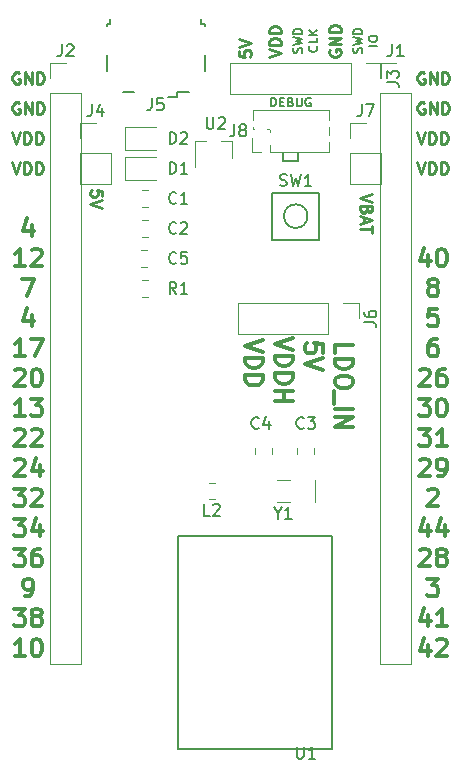
<source format=gbr>
G04 #@! TF.GenerationSoftware,KiCad,Pcbnew,5.0.1*
G04 #@! TF.CreationDate,2019-01-03T14:53:17+01:00*
G04 #@! TF.ProjectId,e73-c,6537332D632E6B696361645F70636200,rev?*
G04 #@! TF.SameCoordinates,Original*
G04 #@! TF.FileFunction,Legend,Top*
G04 #@! TF.FilePolarity,Positive*
%FSLAX46Y46*%
G04 Gerber Fmt 4.6, Leading zero omitted, Abs format (unit mm)*
G04 Created by KiCad (PCBNEW 5.0.1) date do 03 jan 2019 14:53:17 CET*
%MOMM*%
%LPD*%
G01*
G04 APERTURE LIST*
%ADD10C,0.300000*%
%ADD11C,0.250000*%
%ADD12C,0.200000*%
%ADD13C,0.187500*%
%ADD14C,0.150000*%
%ADD15C,0.120000*%
G04 APERTURE END LIST*
D10*
X159976428Y-79129285D02*
X159976428Y-78415000D01*
X161476428Y-78415000D01*
X159976428Y-79629285D02*
X161476428Y-79629285D01*
X161476428Y-79986428D01*
X161405000Y-80200714D01*
X161262142Y-80343571D01*
X161119285Y-80415000D01*
X160833571Y-80486428D01*
X160619285Y-80486428D01*
X160333571Y-80415000D01*
X160190714Y-80343571D01*
X160047857Y-80200714D01*
X159976428Y-79986428D01*
X159976428Y-79629285D01*
X161476428Y-81415000D02*
X161476428Y-81700714D01*
X161405000Y-81843571D01*
X161262142Y-81986428D01*
X160976428Y-82057857D01*
X160476428Y-82057857D01*
X160190714Y-81986428D01*
X160047857Y-81843571D01*
X159976428Y-81700714D01*
X159976428Y-81415000D01*
X160047857Y-81272142D01*
X160190714Y-81129285D01*
X160476428Y-81057857D01*
X160976428Y-81057857D01*
X161262142Y-81129285D01*
X161405000Y-81272142D01*
X161476428Y-81415000D01*
X159833571Y-82343571D02*
X159833571Y-83486428D01*
X159976428Y-83843571D02*
X161476428Y-83843571D01*
X159976428Y-84557857D02*
X161476428Y-84557857D01*
X159976428Y-85415000D01*
X161476428Y-85415000D01*
X158936428Y-79089285D02*
X158936428Y-78375000D01*
X158222142Y-78303571D01*
X158293571Y-78375000D01*
X158365000Y-78517857D01*
X158365000Y-78875000D01*
X158293571Y-79017857D01*
X158222142Y-79089285D01*
X158079285Y-79160714D01*
X157722142Y-79160714D01*
X157579285Y-79089285D01*
X157507857Y-79017857D01*
X157436428Y-78875000D01*
X157436428Y-78517857D01*
X157507857Y-78375000D01*
X157579285Y-78303571D01*
X158936428Y-79589285D02*
X157436428Y-80089285D01*
X158936428Y-80589285D01*
X156396428Y-77859285D02*
X154896428Y-78359285D01*
X156396428Y-78859285D01*
X154896428Y-79359285D02*
X156396428Y-79359285D01*
X156396428Y-79716428D01*
X156325000Y-79930714D01*
X156182142Y-80073571D01*
X156039285Y-80145000D01*
X155753571Y-80216428D01*
X155539285Y-80216428D01*
X155253571Y-80145000D01*
X155110714Y-80073571D01*
X154967857Y-79930714D01*
X154896428Y-79716428D01*
X154896428Y-79359285D01*
X154896428Y-80859285D02*
X156396428Y-80859285D01*
X156396428Y-81216428D01*
X156325000Y-81430714D01*
X156182142Y-81573571D01*
X156039285Y-81645000D01*
X155753571Y-81716428D01*
X155539285Y-81716428D01*
X155253571Y-81645000D01*
X155110714Y-81573571D01*
X154967857Y-81430714D01*
X154896428Y-81216428D01*
X154896428Y-80859285D01*
X154896428Y-82359285D02*
X156396428Y-82359285D01*
X155682142Y-82359285D02*
X155682142Y-83216428D01*
X154896428Y-83216428D02*
X156396428Y-83216428D01*
X153856428Y-78010000D02*
X152356428Y-78510000D01*
X153856428Y-79010000D01*
X152356428Y-79510000D02*
X153856428Y-79510000D01*
X153856428Y-79867142D01*
X153785000Y-80081428D01*
X153642142Y-80224285D01*
X153499285Y-80295714D01*
X153213571Y-80367142D01*
X152999285Y-80367142D01*
X152713571Y-80295714D01*
X152570714Y-80224285D01*
X152427857Y-80081428D01*
X152356428Y-79867142D01*
X152356428Y-79510000D01*
X152356428Y-81010000D02*
X153856428Y-81010000D01*
X153856428Y-81367142D01*
X153785000Y-81581428D01*
X153642142Y-81724285D01*
X153499285Y-81795714D01*
X153213571Y-81867142D01*
X152999285Y-81867142D01*
X152713571Y-81795714D01*
X152570714Y-81724285D01*
X152427857Y-81581428D01*
X152356428Y-81367142D01*
X152356428Y-81010000D01*
D11*
X151852380Y-53530476D02*
X151852380Y-54006666D01*
X152328571Y-54054285D01*
X152280952Y-54006666D01*
X152233333Y-53911428D01*
X152233333Y-53673333D01*
X152280952Y-53578095D01*
X152328571Y-53530476D01*
X152423809Y-53482857D01*
X152661904Y-53482857D01*
X152757142Y-53530476D01*
X152804761Y-53578095D01*
X152852380Y-53673333D01*
X152852380Y-53911428D01*
X152804761Y-54006666D01*
X152757142Y-54054285D01*
X151852380Y-53197142D02*
X152852380Y-52863809D01*
X151852380Y-52530476D01*
X163107619Y-65667142D02*
X162107619Y-66000476D01*
X163107619Y-66333809D01*
X162631428Y-67000476D02*
X162583809Y-67143333D01*
X162536190Y-67190952D01*
X162440952Y-67238571D01*
X162298095Y-67238571D01*
X162202857Y-67190952D01*
X162155238Y-67143333D01*
X162107619Y-67048095D01*
X162107619Y-66667142D01*
X163107619Y-66667142D01*
X163107619Y-67000476D01*
X163060000Y-67095714D01*
X163012380Y-67143333D01*
X162917142Y-67190952D01*
X162821904Y-67190952D01*
X162726666Y-67143333D01*
X162679047Y-67095714D01*
X162631428Y-67000476D01*
X162631428Y-66667142D01*
X162393333Y-67619523D02*
X162393333Y-68095714D01*
X162107619Y-67524285D02*
X163107619Y-67857619D01*
X162107619Y-68190952D01*
X163107619Y-68381428D02*
X163107619Y-68952857D01*
X162107619Y-68667142D02*
X163107619Y-68667142D01*
X140247619Y-65849523D02*
X140247619Y-65373333D01*
X139771428Y-65325714D01*
X139819047Y-65373333D01*
X139866666Y-65468571D01*
X139866666Y-65706666D01*
X139819047Y-65801904D01*
X139771428Y-65849523D01*
X139676190Y-65897142D01*
X139438095Y-65897142D01*
X139342857Y-65849523D01*
X139295238Y-65801904D01*
X139247619Y-65706666D01*
X139247619Y-65468571D01*
X139295238Y-65373333D01*
X139342857Y-65325714D01*
X140247619Y-66182857D02*
X139247619Y-66516190D01*
X140247619Y-66849523D01*
X132651666Y-62952380D02*
X132985000Y-63952380D01*
X133318333Y-62952380D01*
X133651666Y-63952380D02*
X133651666Y-62952380D01*
X133889761Y-62952380D01*
X134032619Y-63000000D01*
X134127857Y-63095238D01*
X134175476Y-63190476D01*
X134223095Y-63380952D01*
X134223095Y-63523809D01*
X134175476Y-63714285D01*
X134127857Y-63809523D01*
X134032619Y-63904761D01*
X133889761Y-63952380D01*
X133651666Y-63952380D01*
X134651666Y-63952380D02*
X134651666Y-62952380D01*
X134889761Y-62952380D01*
X135032619Y-63000000D01*
X135127857Y-63095238D01*
X135175476Y-63190476D01*
X135223095Y-63380952D01*
X135223095Y-63523809D01*
X135175476Y-63714285D01*
X135127857Y-63809523D01*
X135032619Y-63904761D01*
X134889761Y-63952380D01*
X134651666Y-63952380D01*
D10*
X132842142Y-88221428D02*
X132913571Y-88150000D01*
X133056428Y-88078571D01*
X133413571Y-88078571D01*
X133556428Y-88150000D01*
X133627857Y-88221428D01*
X133699285Y-88364285D01*
X133699285Y-88507142D01*
X133627857Y-88721428D01*
X132770714Y-89578571D01*
X133699285Y-89578571D01*
X134985000Y-88578571D02*
X134985000Y-89578571D01*
X134627857Y-88007142D02*
X134270714Y-89078571D01*
X135199285Y-89078571D01*
D11*
X167513095Y-57920000D02*
X167417857Y-57872380D01*
X167275000Y-57872380D01*
X167132142Y-57920000D01*
X167036904Y-58015238D01*
X166989285Y-58110476D01*
X166941666Y-58300952D01*
X166941666Y-58443809D01*
X166989285Y-58634285D01*
X167036904Y-58729523D01*
X167132142Y-58824761D01*
X167275000Y-58872380D01*
X167370238Y-58872380D01*
X167513095Y-58824761D01*
X167560714Y-58777142D01*
X167560714Y-58443809D01*
X167370238Y-58443809D01*
X167989285Y-58872380D02*
X167989285Y-57872380D01*
X168560714Y-58872380D01*
X168560714Y-57872380D01*
X169036904Y-58872380D02*
X169036904Y-57872380D01*
X169275000Y-57872380D01*
X169417857Y-57920000D01*
X169513095Y-58015238D01*
X169560714Y-58110476D01*
X169608333Y-58300952D01*
X169608333Y-58443809D01*
X169560714Y-58634285D01*
X169513095Y-58729523D01*
X169417857Y-58824761D01*
X169275000Y-58872380D01*
X169036904Y-58872380D01*
X167513095Y-55380000D02*
X167417857Y-55332380D01*
X167275000Y-55332380D01*
X167132142Y-55380000D01*
X167036904Y-55475238D01*
X166989285Y-55570476D01*
X166941666Y-55760952D01*
X166941666Y-55903809D01*
X166989285Y-56094285D01*
X167036904Y-56189523D01*
X167132142Y-56284761D01*
X167275000Y-56332380D01*
X167370238Y-56332380D01*
X167513095Y-56284761D01*
X167560714Y-56237142D01*
X167560714Y-55903809D01*
X167370238Y-55903809D01*
X167989285Y-56332380D02*
X167989285Y-55332380D01*
X168560714Y-56332380D01*
X168560714Y-55332380D01*
X169036904Y-56332380D02*
X169036904Y-55332380D01*
X169275000Y-55332380D01*
X169417857Y-55380000D01*
X169513095Y-55475238D01*
X169560714Y-55570476D01*
X169608333Y-55760952D01*
X169608333Y-55903809D01*
X169560714Y-56094285D01*
X169513095Y-56189523D01*
X169417857Y-56284761D01*
X169275000Y-56332380D01*
X169036904Y-56332380D01*
X166941666Y-62952380D02*
X167275000Y-63952380D01*
X167608333Y-62952380D01*
X167941666Y-63952380D02*
X167941666Y-62952380D01*
X168179761Y-62952380D01*
X168322619Y-63000000D01*
X168417857Y-63095238D01*
X168465476Y-63190476D01*
X168513095Y-63380952D01*
X168513095Y-63523809D01*
X168465476Y-63714285D01*
X168417857Y-63809523D01*
X168322619Y-63904761D01*
X168179761Y-63952380D01*
X167941666Y-63952380D01*
X168941666Y-63952380D02*
X168941666Y-62952380D01*
X169179761Y-62952380D01*
X169322619Y-63000000D01*
X169417857Y-63095238D01*
X169465476Y-63190476D01*
X169513095Y-63380952D01*
X169513095Y-63523809D01*
X169465476Y-63714285D01*
X169417857Y-63809523D01*
X169322619Y-63904761D01*
X169179761Y-63952380D01*
X168941666Y-63952380D01*
X166941666Y-60412380D02*
X167275000Y-61412380D01*
X167608333Y-60412380D01*
X167941666Y-61412380D02*
X167941666Y-60412380D01*
X168179761Y-60412380D01*
X168322619Y-60460000D01*
X168417857Y-60555238D01*
X168465476Y-60650476D01*
X168513095Y-60840952D01*
X168513095Y-60983809D01*
X168465476Y-61174285D01*
X168417857Y-61269523D01*
X168322619Y-61364761D01*
X168179761Y-61412380D01*
X167941666Y-61412380D01*
X168941666Y-61412380D02*
X168941666Y-60412380D01*
X169179761Y-60412380D01*
X169322619Y-60460000D01*
X169417857Y-60555238D01*
X169465476Y-60650476D01*
X169513095Y-60840952D01*
X169513095Y-60983809D01*
X169465476Y-61174285D01*
X169417857Y-61269523D01*
X169322619Y-61364761D01*
X169179761Y-61412380D01*
X168941666Y-61412380D01*
D10*
X167846428Y-103818571D02*
X167846428Y-104818571D01*
X167489285Y-103247142D02*
X167132142Y-104318571D01*
X168060714Y-104318571D01*
X168560714Y-103461428D02*
X168632142Y-103390000D01*
X168775000Y-103318571D01*
X169132142Y-103318571D01*
X169275000Y-103390000D01*
X169346428Y-103461428D01*
X169417857Y-103604285D01*
X169417857Y-103747142D01*
X169346428Y-103961428D01*
X168489285Y-104818571D01*
X169417857Y-104818571D01*
X167846428Y-101278571D02*
X167846428Y-102278571D01*
X167489285Y-100707142D02*
X167132142Y-101778571D01*
X168060714Y-101778571D01*
X169417857Y-102278571D02*
X168560714Y-102278571D01*
X168989285Y-102278571D02*
X168989285Y-100778571D01*
X168846428Y-100992857D01*
X168703571Y-101135714D01*
X168560714Y-101207142D01*
X167775000Y-98238571D02*
X168703571Y-98238571D01*
X168203571Y-98810000D01*
X168417857Y-98810000D01*
X168560714Y-98881428D01*
X168632142Y-98952857D01*
X168703571Y-99095714D01*
X168703571Y-99452857D01*
X168632142Y-99595714D01*
X168560714Y-99667142D01*
X168417857Y-99738571D01*
X167989285Y-99738571D01*
X167846428Y-99667142D01*
X167775000Y-99595714D01*
X167132142Y-95841428D02*
X167203571Y-95770000D01*
X167346428Y-95698571D01*
X167703571Y-95698571D01*
X167846428Y-95770000D01*
X167917857Y-95841428D01*
X167989285Y-95984285D01*
X167989285Y-96127142D01*
X167917857Y-96341428D01*
X167060714Y-97198571D01*
X167989285Y-97198571D01*
X168846428Y-96341428D02*
X168703571Y-96270000D01*
X168632142Y-96198571D01*
X168560714Y-96055714D01*
X168560714Y-95984285D01*
X168632142Y-95841428D01*
X168703571Y-95770000D01*
X168846428Y-95698571D01*
X169132142Y-95698571D01*
X169275000Y-95770000D01*
X169346428Y-95841428D01*
X169417857Y-95984285D01*
X169417857Y-96055714D01*
X169346428Y-96198571D01*
X169275000Y-96270000D01*
X169132142Y-96341428D01*
X168846428Y-96341428D01*
X168703571Y-96412857D01*
X168632142Y-96484285D01*
X168560714Y-96627142D01*
X168560714Y-96912857D01*
X168632142Y-97055714D01*
X168703571Y-97127142D01*
X168846428Y-97198571D01*
X169132142Y-97198571D01*
X169275000Y-97127142D01*
X169346428Y-97055714D01*
X169417857Y-96912857D01*
X169417857Y-96627142D01*
X169346428Y-96484285D01*
X169275000Y-96412857D01*
X169132142Y-96341428D01*
X167846428Y-93658571D02*
X167846428Y-94658571D01*
X167489285Y-93087142D02*
X167132142Y-94158571D01*
X168060714Y-94158571D01*
X169275000Y-93658571D02*
X169275000Y-94658571D01*
X168917857Y-93087142D02*
X168560714Y-94158571D01*
X169489285Y-94158571D01*
X167846428Y-90761428D02*
X167917857Y-90690000D01*
X168060714Y-90618571D01*
X168417857Y-90618571D01*
X168560714Y-90690000D01*
X168632142Y-90761428D01*
X168703571Y-90904285D01*
X168703571Y-91047142D01*
X168632142Y-91261428D01*
X167775000Y-92118571D01*
X168703571Y-92118571D01*
X167132142Y-88221428D02*
X167203571Y-88150000D01*
X167346428Y-88078571D01*
X167703571Y-88078571D01*
X167846428Y-88150000D01*
X167917857Y-88221428D01*
X167989285Y-88364285D01*
X167989285Y-88507142D01*
X167917857Y-88721428D01*
X167060714Y-89578571D01*
X167989285Y-89578571D01*
X168703571Y-89578571D02*
X168989285Y-89578571D01*
X169132142Y-89507142D01*
X169203571Y-89435714D01*
X169346428Y-89221428D01*
X169417857Y-88935714D01*
X169417857Y-88364285D01*
X169346428Y-88221428D01*
X169275000Y-88150000D01*
X169132142Y-88078571D01*
X168846428Y-88078571D01*
X168703571Y-88150000D01*
X168632142Y-88221428D01*
X168560714Y-88364285D01*
X168560714Y-88721428D01*
X168632142Y-88864285D01*
X168703571Y-88935714D01*
X168846428Y-89007142D01*
X169132142Y-89007142D01*
X169275000Y-88935714D01*
X169346428Y-88864285D01*
X169417857Y-88721428D01*
X167060714Y-85538571D02*
X167989285Y-85538571D01*
X167489285Y-86110000D01*
X167703571Y-86110000D01*
X167846428Y-86181428D01*
X167917857Y-86252857D01*
X167989285Y-86395714D01*
X167989285Y-86752857D01*
X167917857Y-86895714D01*
X167846428Y-86967142D01*
X167703571Y-87038571D01*
X167275000Y-87038571D01*
X167132142Y-86967142D01*
X167060714Y-86895714D01*
X169417857Y-87038571D02*
X168560714Y-87038571D01*
X168989285Y-87038571D02*
X168989285Y-85538571D01*
X168846428Y-85752857D01*
X168703571Y-85895714D01*
X168560714Y-85967142D01*
X167060714Y-82998571D02*
X167989285Y-82998571D01*
X167489285Y-83570000D01*
X167703571Y-83570000D01*
X167846428Y-83641428D01*
X167917857Y-83712857D01*
X167989285Y-83855714D01*
X167989285Y-84212857D01*
X167917857Y-84355714D01*
X167846428Y-84427142D01*
X167703571Y-84498571D01*
X167275000Y-84498571D01*
X167132142Y-84427142D01*
X167060714Y-84355714D01*
X168917857Y-82998571D02*
X169060714Y-82998571D01*
X169203571Y-83070000D01*
X169275000Y-83141428D01*
X169346428Y-83284285D01*
X169417857Y-83570000D01*
X169417857Y-83927142D01*
X169346428Y-84212857D01*
X169275000Y-84355714D01*
X169203571Y-84427142D01*
X169060714Y-84498571D01*
X168917857Y-84498571D01*
X168775000Y-84427142D01*
X168703571Y-84355714D01*
X168632142Y-84212857D01*
X168560714Y-83927142D01*
X168560714Y-83570000D01*
X168632142Y-83284285D01*
X168703571Y-83141428D01*
X168775000Y-83070000D01*
X168917857Y-82998571D01*
X167132142Y-80601428D02*
X167203571Y-80530000D01*
X167346428Y-80458571D01*
X167703571Y-80458571D01*
X167846428Y-80530000D01*
X167917857Y-80601428D01*
X167989285Y-80744285D01*
X167989285Y-80887142D01*
X167917857Y-81101428D01*
X167060714Y-81958571D01*
X167989285Y-81958571D01*
X169275000Y-80458571D02*
X168989285Y-80458571D01*
X168846428Y-80530000D01*
X168775000Y-80601428D01*
X168632142Y-80815714D01*
X168560714Y-81101428D01*
X168560714Y-81672857D01*
X168632142Y-81815714D01*
X168703571Y-81887142D01*
X168846428Y-81958571D01*
X169132142Y-81958571D01*
X169275000Y-81887142D01*
X169346428Y-81815714D01*
X169417857Y-81672857D01*
X169417857Y-81315714D01*
X169346428Y-81172857D01*
X169275000Y-81101428D01*
X169132142Y-81030000D01*
X168846428Y-81030000D01*
X168703571Y-81101428D01*
X168632142Y-81172857D01*
X168560714Y-81315714D01*
X168560714Y-77918571D02*
X168275000Y-77918571D01*
X168132142Y-77990000D01*
X168060714Y-78061428D01*
X167917857Y-78275714D01*
X167846428Y-78561428D01*
X167846428Y-79132857D01*
X167917857Y-79275714D01*
X167989285Y-79347142D01*
X168132142Y-79418571D01*
X168417857Y-79418571D01*
X168560714Y-79347142D01*
X168632142Y-79275714D01*
X168703571Y-79132857D01*
X168703571Y-78775714D01*
X168632142Y-78632857D01*
X168560714Y-78561428D01*
X168417857Y-78490000D01*
X168132142Y-78490000D01*
X167989285Y-78561428D01*
X167917857Y-78632857D01*
X167846428Y-78775714D01*
X168632142Y-75378571D02*
X167917857Y-75378571D01*
X167846428Y-76092857D01*
X167917857Y-76021428D01*
X168060714Y-75950000D01*
X168417857Y-75950000D01*
X168560714Y-76021428D01*
X168632142Y-76092857D01*
X168703571Y-76235714D01*
X168703571Y-76592857D01*
X168632142Y-76735714D01*
X168560714Y-76807142D01*
X168417857Y-76878571D01*
X168060714Y-76878571D01*
X167917857Y-76807142D01*
X167846428Y-76735714D01*
X168132142Y-73481428D02*
X167989285Y-73410000D01*
X167917857Y-73338571D01*
X167846428Y-73195714D01*
X167846428Y-73124285D01*
X167917857Y-72981428D01*
X167989285Y-72910000D01*
X168132142Y-72838571D01*
X168417857Y-72838571D01*
X168560714Y-72910000D01*
X168632142Y-72981428D01*
X168703571Y-73124285D01*
X168703571Y-73195714D01*
X168632142Y-73338571D01*
X168560714Y-73410000D01*
X168417857Y-73481428D01*
X168132142Y-73481428D01*
X167989285Y-73552857D01*
X167917857Y-73624285D01*
X167846428Y-73767142D01*
X167846428Y-74052857D01*
X167917857Y-74195714D01*
X167989285Y-74267142D01*
X168132142Y-74338571D01*
X168417857Y-74338571D01*
X168560714Y-74267142D01*
X168632142Y-74195714D01*
X168703571Y-74052857D01*
X168703571Y-73767142D01*
X168632142Y-73624285D01*
X168560714Y-73552857D01*
X168417857Y-73481428D01*
X167846428Y-70798571D02*
X167846428Y-71798571D01*
X167489285Y-70227142D02*
X167132142Y-71298571D01*
X168060714Y-71298571D01*
X168917857Y-70298571D02*
X169060714Y-70298571D01*
X169203571Y-70370000D01*
X169275000Y-70441428D01*
X169346428Y-70584285D01*
X169417857Y-70870000D01*
X169417857Y-71227142D01*
X169346428Y-71512857D01*
X169275000Y-71655714D01*
X169203571Y-71727142D01*
X169060714Y-71798571D01*
X168917857Y-71798571D01*
X168775000Y-71727142D01*
X168703571Y-71655714D01*
X168632142Y-71512857D01*
X168560714Y-71227142D01*
X168560714Y-70870000D01*
X168632142Y-70584285D01*
X168703571Y-70441428D01*
X168775000Y-70370000D01*
X168917857Y-70298571D01*
X134270714Y-68258571D02*
X134270714Y-69258571D01*
X133913571Y-67687142D02*
X133556428Y-68758571D01*
X134485000Y-68758571D01*
X133699285Y-71798571D02*
X132842142Y-71798571D01*
X133270714Y-71798571D02*
X133270714Y-70298571D01*
X133127857Y-70512857D01*
X132985000Y-70655714D01*
X132842142Y-70727142D01*
X134270714Y-70441428D02*
X134342142Y-70370000D01*
X134485000Y-70298571D01*
X134842142Y-70298571D01*
X134985000Y-70370000D01*
X135056428Y-70441428D01*
X135127857Y-70584285D01*
X135127857Y-70727142D01*
X135056428Y-70941428D01*
X134199285Y-71798571D01*
X135127857Y-71798571D01*
X133485000Y-72838571D02*
X134485000Y-72838571D01*
X133842142Y-74338571D01*
X134270714Y-75878571D02*
X134270714Y-76878571D01*
X133913571Y-75307142D02*
X133556428Y-76378571D01*
X134485000Y-76378571D01*
X133699285Y-79418571D02*
X132842142Y-79418571D01*
X133270714Y-79418571D02*
X133270714Y-77918571D01*
X133127857Y-78132857D01*
X132985000Y-78275714D01*
X132842142Y-78347142D01*
X134199285Y-77918571D02*
X135199285Y-77918571D01*
X134556428Y-79418571D01*
X132842142Y-80601428D02*
X132913571Y-80530000D01*
X133056428Y-80458571D01*
X133413571Y-80458571D01*
X133556428Y-80530000D01*
X133627857Y-80601428D01*
X133699285Y-80744285D01*
X133699285Y-80887142D01*
X133627857Y-81101428D01*
X132770714Y-81958571D01*
X133699285Y-81958571D01*
X134627857Y-80458571D02*
X134770714Y-80458571D01*
X134913571Y-80530000D01*
X134985000Y-80601428D01*
X135056428Y-80744285D01*
X135127857Y-81030000D01*
X135127857Y-81387142D01*
X135056428Y-81672857D01*
X134985000Y-81815714D01*
X134913571Y-81887142D01*
X134770714Y-81958571D01*
X134627857Y-81958571D01*
X134485000Y-81887142D01*
X134413571Y-81815714D01*
X134342142Y-81672857D01*
X134270714Y-81387142D01*
X134270714Y-81030000D01*
X134342142Y-80744285D01*
X134413571Y-80601428D01*
X134485000Y-80530000D01*
X134627857Y-80458571D01*
X133699285Y-84498571D02*
X132842142Y-84498571D01*
X133270714Y-84498571D02*
X133270714Y-82998571D01*
X133127857Y-83212857D01*
X132985000Y-83355714D01*
X132842142Y-83427142D01*
X134199285Y-82998571D02*
X135127857Y-82998571D01*
X134627857Y-83570000D01*
X134842142Y-83570000D01*
X134985000Y-83641428D01*
X135056428Y-83712857D01*
X135127857Y-83855714D01*
X135127857Y-84212857D01*
X135056428Y-84355714D01*
X134985000Y-84427142D01*
X134842142Y-84498571D01*
X134413571Y-84498571D01*
X134270714Y-84427142D01*
X134199285Y-84355714D01*
X132842142Y-85681428D02*
X132913571Y-85610000D01*
X133056428Y-85538571D01*
X133413571Y-85538571D01*
X133556428Y-85610000D01*
X133627857Y-85681428D01*
X133699285Y-85824285D01*
X133699285Y-85967142D01*
X133627857Y-86181428D01*
X132770714Y-87038571D01*
X133699285Y-87038571D01*
X134270714Y-85681428D02*
X134342142Y-85610000D01*
X134485000Y-85538571D01*
X134842142Y-85538571D01*
X134985000Y-85610000D01*
X135056428Y-85681428D01*
X135127857Y-85824285D01*
X135127857Y-85967142D01*
X135056428Y-86181428D01*
X134199285Y-87038571D01*
X135127857Y-87038571D01*
X132770714Y-90618571D02*
X133699285Y-90618571D01*
X133199285Y-91190000D01*
X133413571Y-91190000D01*
X133556428Y-91261428D01*
X133627857Y-91332857D01*
X133699285Y-91475714D01*
X133699285Y-91832857D01*
X133627857Y-91975714D01*
X133556428Y-92047142D01*
X133413571Y-92118571D01*
X132985000Y-92118571D01*
X132842142Y-92047142D01*
X132770714Y-91975714D01*
X134270714Y-90761428D02*
X134342142Y-90690000D01*
X134485000Y-90618571D01*
X134842142Y-90618571D01*
X134985000Y-90690000D01*
X135056428Y-90761428D01*
X135127857Y-90904285D01*
X135127857Y-91047142D01*
X135056428Y-91261428D01*
X134199285Y-92118571D01*
X135127857Y-92118571D01*
X132770714Y-93158571D02*
X133699285Y-93158571D01*
X133199285Y-93730000D01*
X133413571Y-93730000D01*
X133556428Y-93801428D01*
X133627857Y-93872857D01*
X133699285Y-94015714D01*
X133699285Y-94372857D01*
X133627857Y-94515714D01*
X133556428Y-94587142D01*
X133413571Y-94658571D01*
X132985000Y-94658571D01*
X132842142Y-94587142D01*
X132770714Y-94515714D01*
X134985000Y-93658571D02*
X134985000Y-94658571D01*
X134627857Y-93087142D02*
X134270714Y-94158571D01*
X135199285Y-94158571D01*
X132770714Y-95698571D02*
X133699285Y-95698571D01*
X133199285Y-96270000D01*
X133413571Y-96270000D01*
X133556428Y-96341428D01*
X133627857Y-96412857D01*
X133699285Y-96555714D01*
X133699285Y-96912857D01*
X133627857Y-97055714D01*
X133556428Y-97127142D01*
X133413571Y-97198571D01*
X132985000Y-97198571D01*
X132842142Y-97127142D01*
X132770714Y-97055714D01*
X134985000Y-95698571D02*
X134699285Y-95698571D01*
X134556428Y-95770000D01*
X134485000Y-95841428D01*
X134342142Y-96055714D01*
X134270714Y-96341428D01*
X134270714Y-96912857D01*
X134342142Y-97055714D01*
X134413571Y-97127142D01*
X134556428Y-97198571D01*
X134842142Y-97198571D01*
X134985000Y-97127142D01*
X135056428Y-97055714D01*
X135127857Y-96912857D01*
X135127857Y-96555714D01*
X135056428Y-96412857D01*
X134985000Y-96341428D01*
X134842142Y-96270000D01*
X134556428Y-96270000D01*
X134413571Y-96341428D01*
X134342142Y-96412857D01*
X134270714Y-96555714D01*
X133699285Y-99738571D02*
X133985000Y-99738571D01*
X134127857Y-99667142D01*
X134199285Y-99595714D01*
X134342142Y-99381428D01*
X134413571Y-99095714D01*
X134413571Y-98524285D01*
X134342142Y-98381428D01*
X134270714Y-98310000D01*
X134127857Y-98238571D01*
X133842142Y-98238571D01*
X133699285Y-98310000D01*
X133627857Y-98381428D01*
X133556428Y-98524285D01*
X133556428Y-98881428D01*
X133627857Y-99024285D01*
X133699285Y-99095714D01*
X133842142Y-99167142D01*
X134127857Y-99167142D01*
X134270714Y-99095714D01*
X134342142Y-99024285D01*
X134413571Y-98881428D01*
X132770714Y-100778571D02*
X133699285Y-100778571D01*
X133199285Y-101350000D01*
X133413571Y-101350000D01*
X133556428Y-101421428D01*
X133627857Y-101492857D01*
X133699285Y-101635714D01*
X133699285Y-101992857D01*
X133627857Y-102135714D01*
X133556428Y-102207142D01*
X133413571Y-102278571D01*
X132985000Y-102278571D01*
X132842142Y-102207142D01*
X132770714Y-102135714D01*
X134556428Y-101421428D02*
X134413571Y-101350000D01*
X134342142Y-101278571D01*
X134270714Y-101135714D01*
X134270714Y-101064285D01*
X134342142Y-100921428D01*
X134413571Y-100850000D01*
X134556428Y-100778571D01*
X134842142Y-100778571D01*
X134985000Y-100850000D01*
X135056428Y-100921428D01*
X135127857Y-101064285D01*
X135127857Y-101135714D01*
X135056428Y-101278571D01*
X134985000Y-101350000D01*
X134842142Y-101421428D01*
X134556428Y-101421428D01*
X134413571Y-101492857D01*
X134342142Y-101564285D01*
X134270714Y-101707142D01*
X134270714Y-101992857D01*
X134342142Y-102135714D01*
X134413571Y-102207142D01*
X134556428Y-102278571D01*
X134842142Y-102278571D01*
X134985000Y-102207142D01*
X135056428Y-102135714D01*
X135127857Y-101992857D01*
X135127857Y-101707142D01*
X135056428Y-101564285D01*
X134985000Y-101492857D01*
X134842142Y-101421428D01*
X133699285Y-104818571D02*
X132842142Y-104818571D01*
X133270714Y-104818571D02*
X133270714Y-103318571D01*
X133127857Y-103532857D01*
X132985000Y-103675714D01*
X132842142Y-103747142D01*
X134627857Y-103318571D02*
X134770714Y-103318571D01*
X134913571Y-103390000D01*
X134985000Y-103461428D01*
X135056428Y-103604285D01*
X135127857Y-103890000D01*
X135127857Y-104247142D01*
X135056428Y-104532857D01*
X134985000Y-104675714D01*
X134913571Y-104747142D01*
X134770714Y-104818571D01*
X134627857Y-104818571D01*
X134485000Y-104747142D01*
X134413571Y-104675714D01*
X134342142Y-104532857D01*
X134270714Y-104247142D01*
X134270714Y-103890000D01*
X134342142Y-103604285D01*
X134413571Y-103461428D01*
X134485000Y-103390000D01*
X134627857Y-103318571D01*
D11*
X132651666Y-60412380D02*
X132985000Y-61412380D01*
X133318333Y-60412380D01*
X133651666Y-61412380D02*
X133651666Y-60412380D01*
X133889761Y-60412380D01*
X134032619Y-60460000D01*
X134127857Y-60555238D01*
X134175476Y-60650476D01*
X134223095Y-60840952D01*
X134223095Y-60983809D01*
X134175476Y-61174285D01*
X134127857Y-61269523D01*
X134032619Y-61364761D01*
X133889761Y-61412380D01*
X133651666Y-61412380D01*
X134651666Y-61412380D02*
X134651666Y-60412380D01*
X134889761Y-60412380D01*
X135032619Y-60460000D01*
X135127857Y-60555238D01*
X135175476Y-60650476D01*
X135223095Y-60840952D01*
X135223095Y-60983809D01*
X135175476Y-61174285D01*
X135127857Y-61269523D01*
X135032619Y-61364761D01*
X134889761Y-61412380D01*
X134651666Y-61412380D01*
X133223095Y-55380000D02*
X133127857Y-55332380D01*
X132985000Y-55332380D01*
X132842142Y-55380000D01*
X132746904Y-55475238D01*
X132699285Y-55570476D01*
X132651666Y-55760952D01*
X132651666Y-55903809D01*
X132699285Y-56094285D01*
X132746904Y-56189523D01*
X132842142Y-56284761D01*
X132985000Y-56332380D01*
X133080238Y-56332380D01*
X133223095Y-56284761D01*
X133270714Y-56237142D01*
X133270714Y-55903809D01*
X133080238Y-55903809D01*
X133699285Y-56332380D02*
X133699285Y-55332380D01*
X134270714Y-56332380D01*
X134270714Y-55332380D01*
X134746904Y-56332380D02*
X134746904Y-55332380D01*
X134985000Y-55332380D01*
X135127857Y-55380000D01*
X135223095Y-55475238D01*
X135270714Y-55570476D01*
X135318333Y-55760952D01*
X135318333Y-55903809D01*
X135270714Y-56094285D01*
X135223095Y-56189523D01*
X135127857Y-56284761D01*
X134985000Y-56332380D01*
X134746904Y-56332380D01*
X133223095Y-57920000D02*
X133127857Y-57872380D01*
X132985000Y-57872380D01*
X132842142Y-57920000D01*
X132746904Y-58015238D01*
X132699285Y-58110476D01*
X132651666Y-58300952D01*
X132651666Y-58443809D01*
X132699285Y-58634285D01*
X132746904Y-58729523D01*
X132842142Y-58824761D01*
X132985000Y-58872380D01*
X133080238Y-58872380D01*
X133223095Y-58824761D01*
X133270714Y-58777142D01*
X133270714Y-58443809D01*
X133080238Y-58443809D01*
X133699285Y-58872380D02*
X133699285Y-57872380D01*
X134270714Y-58872380D01*
X134270714Y-57872380D01*
X134746904Y-58872380D02*
X134746904Y-57872380D01*
X134985000Y-57872380D01*
X135127857Y-57920000D01*
X135223095Y-58015238D01*
X135270714Y-58110476D01*
X135318333Y-58300952D01*
X135318333Y-58443809D01*
X135270714Y-58634285D01*
X135223095Y-58729523D01*
X135127857Y-58824761D01*
X134985000Y-58872380D01*
X134746904Y-58872380D01*
D12*
X156845000Y-62230000D02*
X156845000Y-62865000D01*
X155575000Y-62865000D02*
X156845000Y-62865000D01*
X155575000Y-62865000D02*
X155575000Y-62230000D01*
D13*
X162207321Y-53722857D02*
X162243035Y-53615714D01*
X162243035Y-53437142D01*
X162207321Y-53365714D01*
X162171607Y-53330000D01*
X162100178Y-53294285D01*
X162028750Y-53294285D01*
X161957321Y-53330000D01*
X161921607Y-53365714D01*
X161885892Y-53437142D01*
X161850178Y-53580000D01*
X161814464Y-53651428D01*
X161778750Y-53687142D01*
X161707321Y-53722857D01*
X161635892Y-53722857D01*
X161564464Y-53687142D01*
X161528750Y-53651428D01*
X161493035Y-53580000D01*
X161493035Y-53401428D01*
X161528750Y-53294285D01*
X161493035Y-53044285D02*
X162243035Y-52865714D01*
X161707321Y-52722857D01*
X162243035Y-52580000D01*
X161493035Y-52401428D01*
X162243035Y-52115714D02*
X161493035Y-52115714D01*
X161493035Y-51937142D01*
X161528750Y-51830000D01*
X161600178Y-51758571D01*
X161671607Y-51722857D01*
X161814464Y-51687142D01*
X161921607Y-51687142D01*
X162064464Y-51722857D01*
X162135892Y-51758571D01*
X162207321Y-51830000D01*
X162243035Y-51937142D01*
X162243035Y-52115714D01*
X163555535Y-53097857D02*
X162805535Y-53097857D01*
X162805535Y-52597857D02*
X162805535Y-52455000D01*
X162841250Y-52383571D01*
X162912678Y-52312142D01*
X163055535Y-52276428D01*
X163305535Y-52276428D01*
X163448392Y-52312142D01*
X163519821Y-52383571D01*
X163555535Y-52455000D01*
X163555535Y-52597857D01*
X163519821Y-52669285D01*
X163448392Y-52740714D01*
X163305535Y-52776428D01*
X163055535Y-52776428D01*
X162912678Y-52740714D01*
X162841250Y-52669285D01*
X162805535Y-52597857D01*
D11*
X159520000Y-53466904D02*
X159472380Y-53562142D01*
X159472380Y-53705000D01*
X159520000Y-53847857D01*
X159615238Y-53943095D01*
X159710476Y-53990714D01*
X159900952Y-54038333D01*
X160043809Y-54038333D01*
X160234285Y-53990714D01*
X160329523Y-53943095D01*
X160424761Y-53847857D01*
X160472380Y-53705000D01*
X160472380Y-53609761D01*
X160424761Y-53466904D01*
X160377142Y-53419285D01*
X160043809Y-53419285D01*
X160043809Y-53609761D01*
X160472380Y-52990714D02*
X159472380Y-52990714D01*
X160472380Y-52419285D01*
X159472380Y-52419285D01*
X160472380Y-51943095D02*
X159472380Y-51943095D01*
X159472380Y-51705000D01*
X159520000Y-51562142D01*
X159615238Y-51466904D01*
X159710476Y-51419285D01*
X159900952Y-51371666D01*
X160043809Y-51371666D01*
X160234285Y-51419285D01*
X160329523Y-51466904D01*
X160424761Y-51562142D01*
X160472380Y-51705000D01*
X160472380Y-51943095D01*
D13*
X157127321Y-53722857D02*
X157163035Y-53615714D01*
X157163035Y-53437142D01*
X157127321Y-53365714D01*
X157091607Y-53330000D01*
X157020178Y-53294285D01*
X156948750Y-53294285D01*
X156877321Y-53330000D01*
X156841607Y-53365714D01*
X156805892Y-53437142D01*
X156770178Y-53580000D01*
X156734464Y-53651428D01*
X156698750Y-53687142D01*
X156627321Y-53722857D01*
X156555892Y-53722857D01*
X156484464Y-53687142D01*
X156448750Y-53651428D01*
X156413035Y-53580000D01*
X156413035Y-53401428D01*
X156448750Y-53294285D01*
X156413035Y-53044285D02*
X157163035Y-52865714D01*
X156627321Y-52722857D01*
X157163035Y-52580000D01*
X156413035Y-52401428D01*
X157163035Y-52115714D02*
X156413035Y-52115714D01*
X156413035Y-51937142D01*
X156448750Y-51830000D01*
X156520178Y-51758571D01*
X156591607Y-51722857D01*
X156734464Y-51687142D01*
X156841607Y-51687142D01*
X156984464Y-51722857D01*
X157055892Y-51758571D01*
X157127321Y-51830000D01*
X157163035Y-51937142D01*
X157163035Y-52115714D01*
X158404107Y-53151428D02*
X158439821Y-53187142D01*
X158475535Y-53294285D01*
X158475535Y-53365714D01*
X158439821Y-53472857D01*
X158368392Y-53544285D01*
X158296964Y-53580000D01*
X158154107Y-53615714D01*
X158046964Y-53615714D01*
X157904107Y-53580000D01*
X157832678Y-53544285D01*
X157761250Y-53472857D01*
X157725535Y-53365714D01*
X157725535Y-53294285D01*
X157761250Y-53187142D01*
X157796964Y-53151428D01*
X158475535Y-52472857D02*
X158475535Y-52830000D01*
X157725535Y-52830000D01*
X158475535Y-52222857D02*
X157725535Y-52222857D01*
X158475535Y-51794285D02*
X158046964Y-52115714D01*
X157725535Y-51794285D02*
X158154107Y-52222857D01*
D11*
X154392380Y-54038333D02*
X155392380Y-53705000D01*
X154392380Y-53371666D01*
X155392380Y-53038333D02*
X154392380Y-53038333D01*
X154392380Y-52800238D01*
X154440000Y-52657380D01*
X154535238Y-52562142D01*
X154630476Y-52514523D01*
X154820952Y-52466904D01*
X154963809Y-52466904D01*
X155154285Y-52514523D01*
X155249523Y-52562142D01*
X155344761Y-52657380D01*
X155392380Y-52800238D01*
X155392380Y-53038333D01*
X155392380Y-52038333D02*
X154392380Y-52038333D01*
X154392380Y-51800238D01*
X154440000Y-51657380D01*
X154535238Y-51562142D01*
X154630476Y-51514523D01*
X154820952Y-51466904D01*
X154963809Y-51466904D01*
X155154285Y-51514523D01*
X155249523Y-51562142D01*
X155344761Y-51657380D01*
X155392380Y-51800238D01*
X155392380Y-52038333D01*
D13*
X154531428Y-58251285D02*
X154531428Y-57501285D01*
X154710000Y-57501285D01*
X154817142Y-57537000D01*
X154888571Y-57608428D01*
X154924285Y-57679857D01*
X154960000Y-57822714D01*
X154960000Y-57929857D01*
X154924285Y-58072714D01*
X154888571Y-58144142D01*
X154817142Y-58215571D01*
X154710000Y-58251285D01*
X154531428Y-58251285D01*
X155281428Y-57858428D02*
X155531428Y-57858428D01*
X155638571Y-58251285D02*
X155281428Y-58251285D01*
X155281428Y-57501285D01*
X155638571Y-57501285D01*
X156210000Y-57858428D02*
X156317142Y-57894142D01*
X156352857Y-57929857D01*
X156388571Y-58001285D01*
X156388571Y-58108428D01*
X156352857Y-58179857D01*
X156317142Y-58215571D01*
X156245714Y-58251285D01*
X155960000Y-58251285D01*
X155960000Y-57501285D01*
X156210000Y-57501285D01*
X156281428Y-57537000D01*
X156317142Y-57572714D01*
X156352857Y-57644142D01*
X156352857Y-57715571D01*
X156317142Y-57787000D01*
X156281428Y-57822714D01*
X156210000Y-57858428D01*
X155960000Y-57858428D01*
X156710000Y-57501285D02*
X156710000Y-58108428D01*
X156745714Y-58179857D01*
X156781428Y-58215571D01*
X156852857Y-58251285D01*
X156995714Y-58251285D01*
X157067142Y-58215571D01*
X157102857Y-58179857D01*
X157138571Y-58108428D01*
X157138571Y-57501285D01*
X157888571Y-57537000D02*
X157817142Y-57501285D01*
X157710000Y-57501285D01*
X157602857Y-57537000D01*
X157531428Y-57608428D01*
X157495714Y-57679857D01*
X157460000Y-57822714D01*
X157460000Y-57929857D01*
X157495714Y-58072714D01*
X157531428Y-58144142D01*
X157602857Y-58215571D01*
X157710000Y-58251285D01*
X157781428Y-58251285D01*
X157888571Y-58215571D01*
X157924285Y-58179857D01*
X157924285Y-57929857D01*
X157781428Y-57929857D01*
D14*
G04 #@! TO.C,SW1*
X158635000Y-65540000D02*
X158635000Y-69540000D01*
X158635000Y-69540000D02*
X154635000Y-69540000D01*
X154635000Y-69540000D02*
X154635000Y-65540000D01*
X154635000Y-65540000D02*
X158635000Y-65540000D01*
X157635000Y-67540000D02*
G75*
G03X157635000Y-67540000I-1000000J0D01*
G01*
G04 #@! TO.C,U1*
X146685000Y-112615000D02*
X146685000Y-94615000D01*
X159685000Y-112615000D02*
X146685000Y-112615000D01*
X159685000Y-94615000D02*
X159685000Y-112615000D01*
X146685000Y-94615000D02*
X159685000Y-94615000D01*
D15*
G04 #@! TO.C,J6*
X151705000Y-74870000D02*
X151705000Y-77530000D01*
X159385000Y-74870000D02*
X151705000Y-74870000D01*
X159385000Y-77530000D02*
X151705000Y-77530000D01*
X159385000Y-74870000D02*
X159385000Y-77530000D01*
X160655000Y-74870000D02*
X161985000Y-74870000D01*
X161985000Y-74870000D02*
X161985000Y-76200000D01*
G04 #@! TO.C,D2*
X144842500Y-60000000D02*
X142157500Y-60000000D01*
X142157500Y-60000000D02*
X142157500Y-61920000D01*
X142157500Y-61920000D02*
X144842500Y-61920000D01*
G04 #@! TO.C,J7*
X161230000Y-59630000D02*
X162560000Y-59630000D01*
X161230000Y-60960000D02*
X161230000Y-59630000D01*
X161230000Y-62230000D02*
X163890000Y-62230000D01*
X163890000Y-62230000D02*
X163890000Y-64830000D01*
X161230000Y-62230000D02*
X161230000Y-64830000D01*
X161230000Y-64830000D02*
X163890000Y-64830000D01*
G04 #@! TO.C,J4*
X138370000Y-64830000D02*
X141030000Y-64830000D01*
X138370000Y-62230000D02*
X138370000Y-64830000D01*
X141030000Y-62230000D02*
X141030000Y-64830000D01*
X138370000Y-62230000D02*
X141030000Y-62230000D01*
X138370000Y-60960000D02*
X138370000Y-59630000D01*
X138370000Y-59630000D02*
X139700000Y-59630000D01*
G04 #@! TO.C,J3*
X151070000Y-54550000D02*
X151070000Y-57210000D01*
X161290000Y-54550000D02*
X151070000Y-54550000D01*
X161290000Y-57210000D02*
X151070000Y-57210000D01*
X161290000Y-54550000D02*
X161290000Y-57210000D01*
X162560000Y-54550000D02*
X163890000Y-54550000D01*
X163890000Y-54550000D02*
X163890000Y-55880000D01*
G04 #@! TO.C,D1*
X144842500Y-62540000D02*
X142157500Y-62540000D01*
X142157500Y-62540000D02*
X142157500Y-64460000D01*
X142157500Y-64460000D02*
X144842500Y-64460000D01*
G04 #@! TO.C,C2*
X144101078Y-69290000D02*
X143583922Y-69290000D01*
X144101078Y-67870000D02*
X143583922Y-67870000D01*
G04 #@! TO.C,C3*
X158190000Y-87713078D02*
X158190000Y-87195922D01*
X156770000Y-87713078D02*
X156770000Y-87195922D01*
G04 #@! TO.C,C4*
X153214000Y-87713078D02*
X153214000Y-87195922D01*
X154634000Y-87713078D02*
X154634000Y-87195922D01*
G04 #@! TO.C,C5*
X143553922Y-71830000D02*
X144071078Y-71830000D01*
X143553922Y-70410000D02*
X144071078Y-70410000D01*
G04 #@! TO.C,C1*
X143583922Y-65330000D02*
X144101078Y-65330000D01*
X143583922Y-66750000D02*
X144101078Y-66750000D01*
G04 #@! TO.C,L2*
X149786078Y-91515000D02*
X149268922Y-91515000D01*
X149786078Y-90095000D02*
X149268922Y-90095000D01*
G04 #@! TO.C,R1*
X143583922Y-72950000D02*
X144101078Y-72950000D01*
X143583922Y-74370000D02*
X144101078Y-74370000D01*
G04 #@! TO.C,U2*
X151252000Y-61200000D02*
X150322000Y-61200000D01*
X148092000Y-61200000D02*
X149022000Y-61200000D01*
X148092000Y-61200000D02*
X148092000Y-63360000D01*
X151252000Y-61200000D02*
X151252000Y-62660000D01*
G04 #@! TO.C,J1*
X163770000Y-105470000D02*
X166430000Y-105470000D01*
X163770000Y-57150000D02*
X163770000Y-105470000D01*
X166430000Y-57150000D02*
X166430000Y-105470000D01*
X163770000Y-57150000D02*
X166430000Y-57150000D01*
X163770000Y-55880000D02*
X163770000Y-54550000D01*
X163770000Y-54550000D02*
X165100000Y-54550000D01*
G04 #@! TO.C,J2*
X135830000Y-54550000D02*
X137160000Y-54550000D01*
X135830000Y-55880000D02*
X135830000Y-54550000D01*
X135830000Y-57150000D02*
X138490000Y-57150000D01*
X138490000Y-57150000D02*
X138490000Y-105470000D01*
X135830000Y-57150000D02*
X135830000Y-105470000D01*
X135830000Y-105470000D02*
X138490000Y-105470000D01*
D14*
G04 #@! TO.C,J5*
X148930000Y-55260000D02*
X148930000Y-53860000D01*
X148930000Y-51460000D02*
X148930000Y-51310000D01*
X148930000Y-51310000D02*
X148630000Y-51310000D01*
X148630000Y-51310000D02*
X148630000Y-50860000D01*
X140930000Y-50860000D02*
X140930000Y-51310000D01*
X140930000Y-51310000D02*
X140630000Y-51310000D01*
X140630000Y-51310000D02*
X140630000Y-51460000D01*
X140630000Y-53860000D02*
X140630000Y-55260000D01*
X145855000Y-57435000D02*
X146580000Y-57435000D01*
X146580000Y-57435000D02*
X146580000Y-57010000D01*
X146580000Y-57010000D02*
X147580000Y-57010000D01*
X142980000Y-57010000D02*
X141980000Y-57010000D01*
D15*
G04 #@! TO.C,J8*
X159445000Y-62090000D02*
X159445000Y-61267530D01*
X159445000Y-59382470D02*
X159445000Y-58560000D01*
X159445000Y-60652470D02*
X159445000Y-59997530D01*
X154430000Y-62090000D02*
X159445000Y-62090000D01*
X152975000Y-58560000D02*
X159445000Y-58560000D01*
X154430000Y-62090000D02*
X154430000Y-61523471D01*
X154430000Y-60396529D02*
X154430000Y-60253471D01*
X154376529Y-60200000D02*
X154233471Y-60200000D01*
X153106529Y-60200000D02*
X152975000Y-60200000D01*
X152975000Y-60200000D02*
X152975000Y-59997530D01*
X152975000Y-59382470D02*
X152975000Y-58560000D01*
X153670000Y-62090000D02*
X152910000Y-62090000D01*
X152910000Y-62090000D02*
X152910000Y-60960000D01*
G04 #@! TO.C,Y1*
X156125000Y-91755000D02*
X155025000Y-91755000D01*
X156125000Y-89855000D02*
X155025000Y-89855000D01*
X158275000Y-91705000D02*
X158275000Y-89905000D01*
G04 #@! TO.C,SW1*
D14*
X155301666Y-64944761D02*
X155444523Y-64992380D01*
X155682619Y-64992380D01*
X155777857Y-64944761D01*
X155825476Y-64897142D01*
X155873095Y-64801904D01*
X155873095Y-64706666D01*
X155825476Y-64611428D01*
X155777857Y-64563809D01*
X155682619Y-64516190D01*
X155492142Y-64468571D01*
X155396904Y-64420952D01*
X155349285Y-64373333D01*
X155301666Y-64278095D01*
X155301666Y-64182857D01*
X155349285Y-64087619D01*
X155396904Y-64040000D01*
X155492142Y-63992380D01*
X155730238Y-63992380D01*
X155873095Y-64040000D01*
X156206428Y-63992380D02*
X156444523Y-64992380D01*
X156635000Y-64278095D01*
X156825476Y-64992380D01*
X157063571Y-63992380D01*
X157968333Y-64992380D02*
X157396904Y-64992380D01*
X157682619Y-64992380D02*
X157682619Y-63992380D01*
X157587380Y-64135238D01*
X157492142Y-64230476D01*
X157396904Y-64278095D01*
G04 #@! TO.C,U1*
X156723095Y-112467380D02*
X156723095Y-113276904D01*
X156770714Y-113372142D01*
X156818333Y-113419761D01*
X156913571Y-113467380D01*
X157104047Y-113467380D01*
X157199285Y-113419761D01*
X157246904Y-113372142D01*
X157294523Y-113276904D01*
X157294523Y-112467380D01*
X158294523Y-113467380D02*
X157723095Y-113467380D01*
X158008809Y-113467380D02*
X158008809Y-112467380D01*
X157913571Y-112610238D01*
X157818333Y-112705476D01*
X157723095Y-112753095D01*
G04 #@! TO.C,J6*
X162437380Y-76533333D02*
X163151666Y-76533333D01*
X163294523Y-76580952D01*
X163389761Y-76676190D01*
X163437380Y-76819047D01*
X163437380Y-76914285D01*
X162437380Y-75628571D02*
X162437380Y-75819047D01*
X162485000Y-75914285D01*
X162532619Y-75961904D01*
X162675476Y-76057142D01*
X162865952Y-76104761D01*
X163246904Y-76104761D01*
X163342142Y-76057142D01*
X163389761Y-76009523D01*
X163437380Y-75914285D01*
X163437380Y-75723809D01*
X163389761Y-75628571D01*
X163342142Y-75580952D01*
X163246904Y-75533333D01*
X163008809Y-75533333D01*
X162913571Y-75580952D01*
X162865952Y-75628571D01*
X162818333Y-75723809D01*
X162818333Y-75914285D01*
X162865952Y-76009523D01*
X162913571Y-76057142D01*
X163008809Y-76104761D01*
G04 #@! TO.C,D2*
X145946904Y-61412380D02*
X145946904Y-60412380D01*
X146185000Y-60412380D01*
X146327857Y-60460000D01*
X146423095Y-60555238D01*
X146470714Y-60650476D01*
X146518333Y-60840952D01*
X146518333Y-60983809D01*
X146470714Y-61174285D01*
X146423095Y-61269523D01*
X146327857Y-61364761D01*
X146185000Y-61412380D01*
X145946904Y-61412380D01*
X146899285Y-60507619D02*
X146946904Y-60460000D01*
X147042142Y-60412380D01*
X147280238Y-60412380D01*
X147375476Y-60460000D01*
X147423095Y-60507619D01*
X147470714Y-60602857D01*
X147470714Y-60698095D01*
X147423095Y-60840952D01*
X146851666Y-61412380D01*
X147470714Y-61412380D01*
G04 #@! TO.C,J7*
X162226666Y-58082380D02*
X162226666Y-58796666D01*
X162179047Y-58939523D01*
X162083809Y-59034761D01*
X161940952Y-59082380D01*
X161845714Y-59082380D01*
X162607619Y-58082380D02*
X163274285Y-58082380D01*
X162845714Y-59082380D01*
G04 #@! TO.C,J4*
X139366666Y-58082380D02*
X139366666Y-58796666D01*
X139319047Y-58939523D01*
X139223809Y-59034761D01*
X139080952Y-59082380D01*
X138985714Y-59082380D01*
X140271428Y-58415714D02*
X140271428Y-59082380D01*
X140033333Y-58034761D02*
X139795238Y-58749047D01*
X140414285Y-58749047D01*
G04 #@! TO.C,J3*
X164342380Y-56213333D02*
X165056666Y-56213333D01*
X165199523Y-56260952D01*
X165294761Y-56356190D01*
X165342380Y-56499047D01*
X165342380Y-56594285D01*
X164342380Y-55832380D02*
X164342380Y-55213333D01*
X164723333Y-55546666D01*
X164723333Y-55403809D01*
X164770952Y-55308571D01*
X164818571Y-55260952D01*
X164913809Y-55213333D01*
X165151904Y-55213333D01*
X165247142Y-55260952D01*
X165294761Y-55308571D01*
X165342380Y-55403809D01*
X165342380Y-55689523D01*
X165294761Y-55784761D01*
X165247142Y-55832380D01*
G04 #@! TO.C,D1*
X145946904Y-63952380D02*
X145946904Y-62952380D01*
X146185000Y-62952380D01*
X146327857Y-63000000D01*
X146423095Y-63095238D01*
X146470714Y-63190476D01*
X146518333Y-63380952D01*
X146518333Y-63523809D01*
X146470714Y-63714285D01*
X146423095Y-63809523D01*
X146327857Y-63904761D01*
X146185000Y-63952380D01*
X145946904Y-63952380D01*
X147470714Y-63952380D02*
X146899285Y-63952380D01*
X147185000Y-63952380D02*
X147185000Y-62952380D01*
X147089761Y-63095238D01*
X146994523Y-63190476D01*
X146899285Y-63238095D01*
G04 #@! TO.C,C2*
X146518333Y-68937142D02*
X146470714Y-68984761D01*
X146327857Y-69032380D01*
X146232619Y-69032380D01*
X146089761Y-68984761D01*
X145994523Y-68889523D01*
X145946904Y-68794285D01*
X145899285Y-68603809D01*
X145899285Y-68460952D01*
X145946904Y-68270476D01*
X145994523Y-68175238D01*
X146089761Y-68080000D01*
X146232619Y-68032380D01*
X146327857Y-68032380D01*
X146470714Y-68080000D01*
X146518333Y-68127619D01*
X146899285Y-68127619D02*
X146946904Y-68080000D01*
X147042142Y-68032380D01*
X147280238Y-68032380D01*
X147375476Y-68080000D01*
X147423095Y-68127619D01*
X147470714Y-68222857D01*
X147470714Y-68318095D01*
X147423095Y-68460952D01*
X146851666Y-69032380D01*
X147470714Y-69032380D01*
G04 #@! TO.C,C3*
X157313333Y-85447142D02*
X157265714Y-85494761D01*
X157122857Y-85542380D01*
X157027619Y-85542380D01*
X156884761Y-85494761D01*
X156789523Y-85399523D01*
X156741904Y-85304285D01*
X156694285Y-85113809D01*
X156694285Y-84970952D01*
X156741904Y-84780476D01*
X156789523Y-84685238D01*
X156884761Y-84590000D01*
X157027619Y-84542380D01*
X157122857Y-84542380D01*
X157265714Y-84590000D01*
X157313333Y-84637619D01*
X157646666Y-84542380D02*
X158265714Y-84542380D01*
X157932380Y-84923333D01*
X158075238Y-84923333D01*
X158170476Y-84970952D01*
X158218095Y-85018571D01*
X158265714Y-85113809D01*
X158265714Y-85351904D01*
X158218095Y-85447142D01*
X158170476Y-85494761D01*
X158075238Y-85542380D01*
X157789523Y-85542380D01*
X157694285Y-85494761D01*
X157646666Y-85447142D01*
G04 #@! TO.C,C4*
X153503333Y-85447142D02*
X153455714Y-85494761D01*
X153312857Y-85542380D01*
X153217619Y-85542380D01*
X153074761Y-85494761D01*
X152979523Y-85399523D01*
X152931904Y-85304285D01*
X152884285Y-85113809D01*
X152884285Y-84970952D01*
X152931904Y-84780476D01*
X152979523Y-84685238D01*
X153074761Y-84590000D01*
X153217619Y-84542380D01*
X153312857Y-84542380D01*
X153455714Y-84590000D01*
X153503333Y-84637619D01*
X154360476Y-84875714D02*
X154360476Y-85542380D01*
X154122380Y-84494761D02*
X153884285Y-85209047D01*
X154503333Y-85209047D01*
G04 #@! TO.C,C5*
X146518333Y-71477142D02*
X146470714Y-71524761D01*
X146327857Y-71572380D01*
X146232619Y-71572380D01*
X146089761Y-71524761D01*
X145994523Y-71429523D01*
X145946904Y-71334285D01*
X145899285Y-71143809D01*
X145899285Y-71000952D01*
X145946904Y-70810476D01*
X145994523Y-70715238D01*
X146089761Y-70620000D01*
X146232619Y-70572380D01*
X146327857Y-70572380D01*
X146470714Y-70620000D01*
X146518333Y-70667619D01*
X147423095Y-70572380D02*
X146946904Y-70572380D01*
X146899285Y-71048571D01*
X146946904Y-71000952D01*
X147042142Y-70953333D01*
X147280238Y-70953333D01*
X147375476Y-71000952D01*
X147423095Y-71048571D01*
X147470714Y-71143809D01*
X147470714Y-71381904D01*
X147423095Y-71477142D01*
X147375476Y-71524761D01*
X147280238Y-71572380D01*
X147042142Y-71572380D01*
X146946904Y-71524761D01*
X146899285Y-71477142D01*
G04 #@! TO.C,C1*
X146518333Y-66397142D02*
X146470714Y-66444761D01*
X146327857Y-66492380D01*
X146232619Y-66492380D01*
X146089761Y-66444761D01*
X145994523Y-66349523D01*
X145946904Y-66254285D01*
X145899285Y-66063809D01*
X145899285Y-65920952D01*
X145946904Y-65730476D01*
X145994523Y-65635238D01*
X146089761Y-65540000D01*
X146232619Y-65492380D01*
X146327857Y-65492380D01*
X146470714Y-65540000D01*
X146518333Y-65587619D01*
X147470714Y-66492380D02*
X146899285Y-66492380D01*
X147185000Y-66492380D02*
X147185000Y-65492380D01*
X147089761Y-65635238D01*
X146994523Y-65730476D01*
X146899285Y-65778095D01*
G04 #@! TO.C,L2*
X149360833Y-92907380D02*
X148884642Y-92907380D01*
X148884642Y-91907380D01*
X149646547Y-92002619D02*
X149694166Y-91955000D01*
X149789404Y-91907380D01*
X150027500Y-91907380D01*
X150122738Y-91955000D01*
X150170357Y-92002619D01*
X150217976Y-92097857D01*
X150217976Y-92193095D01*
X150170357Y-92335952D01*
X149598928Y-92907380D01*
X150217976Y-92907380D01*
G04 #@! TO.C,R1*
X146518333Y-74112380D02*
X146185000Y-73636190D01*
X145946904Y-74112380D02*
X145946904Y-73112380D01*
X146327857Y-73112380D01*
X146423095Y-73160000D01*
X146470714Y-73207619D01*
X146518333Y-73302857D01*
X146518333Y-73445714D01*
X146470714Y-73540952D01*
X146423095Y-73588571D01*
X146327857Y-73636190D01*
X145946904Y-73636190D01*
X147470714Y-74112380D02*
X146899285Y-74112380D01*
X147185000Y-74112380D02*
X147185000Y-73112380D01*
X147089761Y-73255238D01*
X146994523Y-73350476D01*
X146899285Y-73398095D01*
G04 #@! TO.C,U2*
X149098095Y-59142380D02*
X149098095Y-59951904D01*
X149145714Y-60047142D01*
X149193333Y-60094761D01*
X149288571Y-60142380D01*
X149479047Y-60142380D01*
X149574285Y-60094761D01*
X149621904Y-60047142D01*
X149669523Y-59951904D01*
X149669523Y-59142380D01*
X150098095Y-59237619D02*
X150145714Y-59190000D01*
X150240952Y-59142380D01*
X150479047Y-59142380D01*
X150574285Y-59190000D01*
X150621904Y-59237619D01*
X150669523Y-59332857D01*
X150669523Y-59428095D01*
X150621904Y-59570952D01*
X150050476Y-60142380D01*
X150669523Y-60142380D01*
G04 #@! TO.C,J1*
X164766666Y-53002380D02*
X164766666Y-53716666D01*
X164719047Y-53859523D01*
X164623809Y-53954761D01*
X164480952Y-54002380D01*
X164385714Y-54002380D01*
X165766666Y-54002380D02*
X165195238Y-54002380D01*
X165480952Y-54002380D02*
X165480952Y-53002380D01*
X165385714Y-53145238D01*
X165290476Y-53240476D01*
X165195238Y-53288095D01*
G04 #@! TO.C,J2*
X136826666Y-53002380D02*
X136826666Y-53716666D01*
X136779047Y-53859523D01*
X136683809Y-53954761D01*
X136540952Y-54002380D01*
X136445714Y-54002380D01*
X137255238Y-53097619D02*
X137302857Y-53050000D01*
X137398095Y-53002380D01*
X137636190Y-53002380D01*
X137731428Y-53050000D01*
X137779047Y-53097619D01*
X137826666Y-53192857D01*
X137826666Y-53288095D01*
X137779047Y-53430952D01*
X137207619Y-54002380D01*
X137826666Y-54002380D01*
G04 #@! TO.C,J5*
X144446666Y-57562380D02*
X144446666Y-58276666D01*
X144399047Y-58419523D01*
X144303809Y-58514761D01*
X144160952Y-58562380D01*
X144065714Y-58562380D01*
X145399047Y-57562380D02*
X144922857Y-57562380D01*
X144875238Y-58038571D01*
X144922857Y-57990952D01*
X145018095Y-57943333D01*
X145256190Y-57943333D01*
X145351428Y-57990952D01*
X145399047Y-58038571D01*
X145446666Y-58133809D01*
X145446666Y-58371904D01*
X145399047Y-58467142D01*
X145351428Y-58514761D01*
X145256190Y-58562380D01*
X145018095Y-58562380D01*
X144922857Y-58514761D01*
X144875238Y-58467142D01*
G04 #@! TO.C,J8*
X151431666Y-59777380D02*
X151431666Y-60491666D01*
X151384047Y-60634523D01*
X151288809Y-60729761D01*
X151145952Y-60777380D01*
X151050714Y-60777380D01*
X152050714Y-60205952D02*
X151955476Y-60158333D01*
X151907857Y-60110714D01*
X151860238Y-60015476D01*
X151860238Y-59967857D01*
X151907857Y-59872619D01*
X151955476Y-59825000D01*
X152050714Y-59777380D01*
X152241190Y-59777380D01*
X152336428Y-59825000D01*
X152384047Y-59872619D01*
X152431666Y-59967857D01*
X152431666Y-60015476D01*
X152384047Y-60110714D01*
X152336428Y-60158333D01*
X152241190Y-60205952D01*
X152050714Y-60205952D01*
X151955476Y-60253571D01*
X151907857Y-60301190D01*
X151860238Y-60396428D01*
X151860238Y-60586904D01*
X151907857Y-60682142D01*
X151955476Y-60729761D01*
X152050714Y-60777380D01*
X152241190Y-60777380D01*
X152336428Y-60729761D01*
X152384047Y-60682142D01*
X152431666Y-60586904D01*
X152431666Y-60396428D01*
X152384047Y-60301190D01*
X152336428Y-60253571D01*
X152241190Y-60205952D01*
G04 #@! TO.C,Y1*
X155098809Y-92686190D02*
X155098809Y-93162380D01*
X154765476Y-92162380D02*
X155098809Y-92686190D01*
X155432142Y-92162380D01*
X156289285Y-93162380D02*
X155717857Y-93162380D01*
X156003571Y-93162380D02*
X156003571Y-92162380D01*
X155908333Y-92305238D01*
X155813095Y-92400476D01*
X155717857Y-92448095D01*
G04 #@! TD*
M02*

</source>
